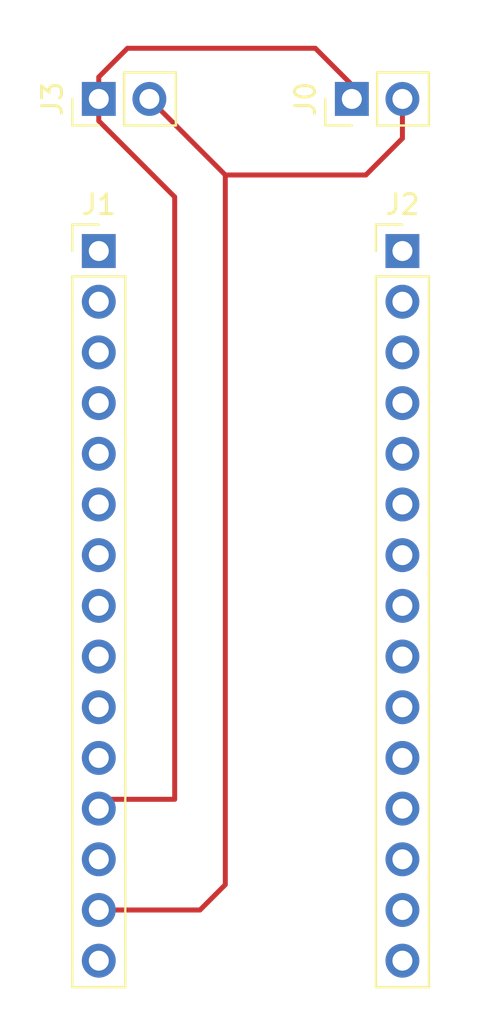
<source format=kicad_pcb>
(kicad_pcb (version 4) (host pcbnew 4.0.7)

  (general
    (links 4)
    (no_connects 4)
    (area 132.126667 92.756666 157.433334 144.375)
    (thickness 1.6)
    (drawings 0)
    (tracks 17)
    (zones 0)
    (modules 4)
    (nets 31)
  )

  (page A4)
  (layers
    (0 F.Cu signal)
    (31 B.Cu signal)
    (32 B.Adhes user)
    (33 F.Adhes user)
    (34 B.Paste user)
    (35 F.Paste user)
    (36 B.SilkS user)
    (37 F.SilkS user)
    (38 B.Mask user)
    (39 F.Mask user)
    (40 Dwgs.User user)
    (41 Cmts.User user)
    (42 Eco1.User user)
    (43 Eco2.User user)
    (44 Edge.Cuts user)
    (45 Margin user)
    (46 B.CrtYd user)
    (47 F.CrtYd user)
    (48 B.Fab user)
    (49 F.Fab user)
  )

  (setup
    (last_trace_width 0.25)
    (trace_clearance 0.2)
    (zone_clearance 0.508)
    (zone_45_only no)
    (trace_min 0.2)
    (segment_width 0.2)
    (edge_width 0.15)
    (via_size 0.6)
    (via_drill 0.4)
    (via_min_size 0.4)
    (via_min_drill 0.3)
    (uvia_size 0.3)
    (uvia_drill 0.1)
    (uvias_allowed no)
    (uvia_min_size 0.2)
    (uvia_min_drill 0.1)
    (pcb_text_width 0.3)
    (pcb_text_size 1.5 1.5)
    (mod_edge_width 0.15)
    (mod_text_size 1 1)
    (mod_text_width 0.15)
    (pad_size 1.524 1.524)
    (pad_drill 0.762)
    (pad_to_mask_clearance 0.2)
    (aux_axis_origin 0 0)
    (visible_elements FFFFEF7F)
    (pcbplotparams
      (layerselection 0x00030_80000001)
      (usegerberextensions false)
      (excludeedgelayer true)
      (linewidth 0.100000)
      (plotframeref false)
      (viasonmask false)
      (mode 1)
      (useauxorigin false)
      (hpglpennumber 1)
      (hpglpenspeed 20)
      (hpglpendiameter 15)
      (hpglpenoverlay 2)
      (psnegative false)
      (psa4output false)
      (plotreference true)
      (plotvalue true)
      (plotinvisibletext false)
      (padsonsilk false)
      (subtractmaskfromsilk false)
      (outputformat 1)
      (mirror false)
      (drillshape 1)
      (scaleselection 1)
      (outputdirectory ""))
  )

  (net 0 "")
  (net 1 +5V)
  (net 2 GND)
  (net 3 "Net-(J1-Pad1)")
  (net 4 "Net-(J1-Pad2)")
  (net 5 "Net-(J1-Pad3)")
  (net 6 "Net-(J1-Pad4)")
  (net 7 "Net-(J1-Pad5)")
  (net 8 "Net-(J1-Pad6)")
  (net 9 "Net-(J1-Pad7)")
  (net 10 "Net-(J1-Pad8)")
  (net 11 "Net-(J1-Pad9)")
  (net 12 "Net-(J1-Pad10)")
  (net 13 "Net-(J1-Pad11)")
  (net 14 "Net-(J1-Pad13)")
  (net 15 "Net-(J1-Pad15)")
  (net 16 "Net-(J2-Pad1)")
  (net 17 "Net-(J2-Pad2)")
  (net 18 "Net-(J2-Pad3)")
  (net 19 "Net-(J2-Pad4)")
  (net 20 "Net-(J2-Pad5)")
  (net 21 "Net-(J2-Pad6)")
  (net 22 "Net-(J2-Pad7)")
  (net 23 "Net-(J2-Pad8)")
  (net 24 "Net-(J2-Pad9)")
  (net 25 "Net-(J2-Pad10)")
  (net 26 "Net-(J2-Pad11)")
  (net 27 "Net-(J2-Pad12)")
  (net 28 "Net-(J2-Pad13)")
  (net 29 "Net-(J2-Pad14)")
  (net 30 "Net-(J2-Pad15)")

  (net_class Default 这是默认网络组.
    (clearance 0.2)
    (trace_width 0.25)
    (via_dia 0.6)
    (via_drill 0.4)
    (uvia_dia 0.3)
    (uvia_drill 0.1)
    (add_net +5V)
    (add_net GND)
    (add_net "Net-(J1-Pad1)")
    (add_net "Net-(J1-Pad10)")
    (add_net "Net-(J1-Pad11)")
    (add_net "Net-(J1-Pad13)")
    (add_net "Net-(J1-Pad15)")
    (add_net "Net-(J1-Pad2)")
    (add_net "Net-(J1-Pad3)")
    (add_net "Net-(J1-Pad4)")
    (add_net "Net-(J1-Pad5)")
    (add_net "Net-(J1-Pad6)")
    (add_net "Net-(J1-Pad7)")
    (add_net "Net-(J1-Pad8)")
    (add_net "Net-(J1-Pad9)")
    (add_net "Net-(J2-Pad1)")
    (add_net "Net-(J2-Pad10)")
    (add_net "Net-(J2-Pad11)")
    (add_net "Net-(J2-Pad12)")
    (add_net "Net-(J2-Pad13)")
    (add_net "Net-(J2-Pad14)")
    (add_net "Net-(J2-Pad15)")
    (add_net "Net-(J2-Pad2)")
    (add_net "Net-(J2-Pad3)")
    (add_net "Net-(J2-Pad4)")
    (add_net "Net-(J2-Pad5)")
    (add_net "Net-(J2-Pad6)")
    (add_net "Net-(J2-Pad7)")
    (add_net "Net-(J2-Pad8)")
    (add_net "Net-(J2-Pad9)")
  )

  (module Socket_Strips:Socket_Strip_Straight_1x02_Pitch2.54mm (layer F.Cu) (tedit 58CD5446) (tstamp 5A057369)
    (at 149.86 97.79 90)
    (descr "Through hole straight socket strip, 1x02, 2.54mm pitch, single row")
    (tags "Through hole socket strip THT 1x02 2.54mm single row")
    (path /5A055A52)
    (fp_text reference J0 (at 0 -2.33 90) (layer F.SilkS)
      (effects (font (size 1 1) (thickness 0.15)))
    )
    (fp_text value CONN_01X02 (at 0 4.87 90) (layer F.Fab)
      (effects (font (size 1 1) (thickness 0.15)))
    )
    (fp_line (start -1.27 -1.27) (end -1.27 3.81) (layer F.Fab) (width 0.1))
    (fp_line (start -1.27 3.81) (end 1.27 3.81) (layer F.Fab) (width 0.1))
    (fp_line (start 1.27 3.81) (end 1.27 -1.27) (layer F.Fab) (width 0.1))
    (fp_line (start 1.27 -1.27) (end -1.27 -1.27) (layer F.Fab) (width 0.1))
    (fp_line (start -1.33 1.27) (end -1.33 3.87) (layer F.SilkS) (width 0.12))
    (fp_line (start -1.33 3.87) (end 1.33 3.87) (layer F.SilkS) (width 0.12))
    (fp_line (start 1.33 3.87) (end 1.33 1.27) (layer F.SilkS) (width 0.12))
    (fp_line (start 1.33 1.27) (end -1.33 1.27) (layer F.SilkS) (width 0.12))
    (fp_line (start -1.33 0) (end -1.33 -1.33) (layer F.SilkS) (width 0.12))
    (fp_line (start -1.33 -1.33) (end 0 -1.33) (layer F.SilkS) (width 0.12))
    (fp_line (start -1.8 -1.8) (end -1.8 4.35) (layer F.CrtYd) (width 0.05))
    (fp_line (start -1.8 4.35) (end 1.8 4.35) (layer F.CrtYd) (width 0.05))
    (fp_line (start 1.8 4.35) (end 1.8 -1.8) (layer F.CrtYd) (width 0.05))
    (fp_line (start 1.8 -1.8) (end -1.8 -1.8) (layer F.CrtYd) (width 0.05))
    (fp_text user %R (at 0 -2.33 90) (layer F.Fab)
      (effects (font (size 1 1) (thickness 0.15)))
    )
    (pad 1 thru_hole rect (at 0 0 90) (size 1.7 1.7) (drill 1) (layers *.Cu *.Mask)
      (net 1 +5V))
    (pad 2 thru_hole oval (at 0 2.54 90) (size 1.7 1.7) (drill 1) (layers *.Cu *.Mask)
      (net 2 GND))
    (model ${KISYS3DMOD}/Socket_Strips.3dshapes/Socket_Strip_Straight_1x02_Pitch2.54mm.wrl
      (at (xyz 0 -0.05 0))
      (scale (xyz 1 1 1))
      (rotate (xyz 0 0 270))
    )
  )

  (module Socket_Strips:Socket_Strip_Straight_1x15_Pitch2.54mm (layer F.Cu) (tedit 58CD5446) (tstamp 5A05738B)
    (at 137.16 105.41)
    (descr "Through hole straight socket strip, 1x15, 2.54mm pitch, single row")
    (tags "Through hole socket strip THT 1x15 2.54mm single row")
    (path /5A055849)
    (fp_text reference J1 (at 0 -2.33) (layer F.SilkS)
      (effects (font (size 1 1) (thickness 0.15)))
    )
    (fp_text value CONN_01X15 (at 0 37.89) (layer F.Fab)
      (effects (font (size 1 1) (thickness 0.15)))
    )
    (fp_line (start -1.27 -1.27) (end -1.27 36.83) (layer F.Fab) (width 0.1))
    (fp_line (start -1.27 36.83) (end 1.27 36.83) (layer F.Fab) (width 0.1))
    (fp_line (start 1.27 36.83) (end 1.27 -1.27) (layer F.Fab) (width 0.1))
    (fp_line (start 1.27 -1.27) (end -1.27 -1.27) (layer F.Fab) (width 0.1))
    (fp_line (start -1.33 1.27) (end -1.33 36.89) (layer F.SilkS) (width 0.12))
    (fp_line (start -1.33 36.89) (end 1.33 36.89) (layer F.SilkS) (width 0.12))
    (fp_line (start 1.33 36.89) (end 1.33 1.27) (layer F.SilkS) (width 0.12))
    (fp_line (start 1.33 1.27) (end -1.33 1.27) (layer F.SilkS) (width 0.12))
    (fp_line (start -1.33 0) (end -1.33 -1.33) (layer F.SilkS) (width 0.12))
    (fp_line (start -1.33 -1.33) (end 0 -1.33) (layer F.SilkS) (width 0.12))
    (fp_line (start -1.8 -1.8) (end -1.8 37.35) (layer F.CrtYd) (width 0.05))
    (fp_line (start -1.8 37.35) (end 1.8 37.35) (layer F.CrtYd) (width 0.05))
    (fp_line (start 1.8 37.35) (end 1.8 -1.8) (layer F.CrtYd) (width 0.05))
    (fp_line (start 1.8 -1.8) (end -1.8 -1.8) (layer F.CrtYd) (width 0.05))
    (fp_text user %R (at 0 -2.33) (layer F.Fab)
      (effects (font (size 1 1) (thickness 0.15)))
    )
    (pad 1 thru_hole rect (at 0 0) (size 1.7 1.7) (drill 1) (layers *.Cu *.Mask)
      (net 3 "Net-(J1-Pad1)"))
    (pad 2 thru_hole oval (at 0 2.54) (size 1.7 1.7) (drill 1) (layers *.Cu *.Mask)
      (net 4 "Net-(J1-Pad2)"))
    (pad 3 thru_hole oval (at 0 5.08) (size 1.7 1.7) (drill 1) (layers *.Cu *.Mask)
      (net 5 "Net-(J1-Pad3)"))
    (pad 4 thru_hole oval (at 0 7.62) (size 1.7 1.7) (drill 1) (layers *.Cu *.Mask)
      (net 6 "Net-(J1-Pad4)"))
    (pad 5 thru_hole oval (at 0 10.16) (size 1.7 1.7) (drill 1) (layers *.Cu *.Mask)
      (net 7 "Net-(J1-Pad5)"))
    (pad 6 thru_hole oval (at 0 12.7) (size 1.7 1.7) (drill 1) (layers *.Cu *.Mask)
      (net 8 "Net-(J1-Pad6)"))
    (pad 7 thru_hole oval (at 0 15.24) (size 1.7 1.7) (drill 1) (layers *.Cu *.Mask)
      (net 9 "Net-(J1-Pad7)"))
    (pad 8 thru_hole oval (at 0 17.78) (size 1.7 1.7) (drill 1) (layers *.Cu *.Mask)
      (net 10 "Net-(J1-Pad8)"))
    (pad 9 thru_hole oval (at 0 20.32) (size 1.7 1.7) (drill 1) (layers *.Cu *.Mask)
      (net 11 "Net-(J1-Pad9)"))
    (pad 10 thru_hole oval (at 0 22.86) (size 1.7 1.7) (drill 1) (layers *.Cu *.Mask)
      (net 12 "Net-(J1-Pad10)"))
    (pad 11 thru_hole oval (at 0 25.4) (size 1.7 1.7) (drill 1) (layers *.Cu *.Mask)
      (net 13 "Net-(J1-Pad11)"))
    (pad 12 thru_hole oval (at 0 27.94) (size 1.7 1.7) (drill 1) (layers *.Cu *.Mask)
      (net 1 +5V))
    (pad 13 thru_hole oval (at 0 30.48) (size 1.7 1.7) (drill 1) (layers *.Cu *.Mask)
      (net 14 "Net-(J1-Pad13)"))
    (pad 14 thru_hole oval (at 0 33.02) (size 1.7 1.7) (drill 1) (layers *.Cu *.Mask)
      (net 2 GND))
    (pad 15 thru_hole oval (at 0 35.56) (size 1.7 1.7) (drill 1) (layers *.Cu *.Mask)
      (net 15 "Net-(J1-Pad15)"))
    (model ${KISYS3DMOD}/Socket_Strips.3dshapes/Socket_Strip_Straight_1x15_Pitch2.54mm.wrl
      (at (xyz 0 -0.7 0))
      (scale (xyz 1 1 1))
      (rotate (xyz 0 0 270))
    )
  )

  (module Socket_Strips:Socket_Strip_Straight_1x15_Pitch2.54mm (layer F.Cu) (tedit 58CD5446) (tstamp 5A0573AD)
    (at 152.4 105.41)
    (descr "Through hole straight socket strip, 1x15, 2.54mm pitch, single row")
    (tags "Through hole socket strip THT 1x15 2.54mm single row")
    (path /5A0558A1)
    (fp_text reference J2 (at 0 -2.33) (layer F.SilkS)
      (effects (font (size 1 1) (thickness 0.15)))
    )
    (fp_text value CONN_01X15 (at 0 37.89) (layer F.Fab)
      (effects (font (size 1 1) (thickness 0.15)))
    )
    (fp_line (start -1.27 -1.27) (end -1.27 36.83) (layer F.Fab) (width 0.1))
    (fp_line (start -1.27 36.83) (end 1.27 36.83) (layer F.Fab) (width 0.1))
    (fp_line (start 1.27 36.83) (end 1.27 -1.27) (layer F.Fab) (width 0.1))
    (fp_line (start 1.27 -1.27) (end -1.27 -1.27) (layer F.Fab) (width 0.1))
    (fp_line (start -1.33 1.27) (end -1.33 36.89) (layer F.SilkS) (width 0.12))
    (fp_line (start -1.33 36.89) (end 1.33 36.89) (layer F.SilkS) (width 0.12))
    (fp_line (start 1.33 36.89) (end 1.33 1.27) (layer F.SilkS) (width 0.12))
    (fp_line (start 1.33 1.27) (end -1.33 1.27) (layer F.SilkS) (width 0.12))
    (fp_line (start -1.33 0) (end -1.33 -1.33) (layer F.SilkS) (width 0.12))
    (fp_line (start -1.33 -1.33) (end 0 -1.33) (layer F.SilkS) (width 0.12))
    (fp_line (start -1.8 -1.8) (end -1.8 37.35) (layer F.CrtYd) (width 0.05))
    (fp_line (start -1.8 37.35) (end 1.8 37.35) (layer F.CrtYd) (width 0.05))
    (fp_line (start 1.8 37.35) (end 1.8 -1.8) (layer F.CrtYd) (width 0.05))
    (fp_line (start 1.8 -1.8) (end -1.8 -1.8) (layer F.CrtYd) (width 0.05))
    (fp_text user %R (at 0 -2.33) (layer F.Fab)
      (effects (font (size 1 1) (thickness 0.15)))
    )
    (pad 1 thru_hole rect (at 0 0) (size 1.7 1.7) (drill 1) (layers *.Cu *.Mask)
      (net 16 "Net-(J2-Pad1)"))
    (pad 2 thru_hole oval (at 0 2.54) (size 1.7 1.7) (drill 1) (layers *.Cu *.Mask)
      (net 17 "Net-(J2-Pad2)"))
    (pad 3 thru_hole oval (at 0 5.08) (size 1.7 1.7) (drill 1) (layers *.Cu *.Mask)
      (net 18 "Net-(J2-Pad3)"))
    (pad 4 thru_hole oval (at 0 7.62) (size 1.7 1.7) (drill 1) (layers *.Cu *.Mask)
      (net 19 "Net-(J2-Pad4)"))
    (pad 5 thru_hole oval (at 0 10.16) (size 1.7 1.7) (drill 1) (layers *.Cu *.Mask)
      (net 20 "Net-(J2-Pad5)"))
    (pad 6 thru_hole oval (at 0 12.7) (size 1.7 1.7) (drill 1) (layers *.Cu *.Mask)
      (net 21 "Net-(J2-Pad6)"))
    (pad 7 thru_hole oval (at 0 15.24) (size 1.7 1.7) (drill 1) (layers *.Cu *.Mask)
      (net 22 "Net-(J2-Pad7)"))
    (pad 8 thru_hole oval (at 0 17.78) (size 1.7 1.7) (drill 1) (layers *.Cu *.Mask)
      (net 23 "Net-(J2-Pad8)"))
    (pad 9 thru_hole oval (at 0 20.32) (size 1.7 1.7) (drill 1) (layers *.Cu *.Mask)
      (net 24 "Net-(J2-Pad9)"))
    (pad 10 thru_hole oval (at 0 22.86) (size 1.7 1.7) (drill 1) (layers *.Cu *.Mask)
      (net 25 "Net-(J2-Pad10)"))
    (pad 11 thru_hole oval (at 0 25.4) (size 1.7 1.7) (drill 1) (layers *.Cu *.Mask)
      (net 26 "Net-(J2-Pad11)"))
    (pad 12 thru_hole oval (at 0 27.94) (size 1.7 1.7) (drill 1) (layers *.Cu *.Mask)
      (net 27 "Net-(J2-Pad12)"))
    (pad 13 thru_hole oval (at 0 30.48) (size 1.7 1.7) (drill 1) (layers *.Cu *.Mask)
      (net 28 "Net-(J2-Pad13)"))
    (pad 14 thru_hole oval (at 0 33.02) (size 1.7 1.7) (drill 1) (layers *.Cu *.Mask)
      (net 29 "Net-(J2-Pad14)"))
    (pad 15 thru_hole oval (at 0 35.56) (size 1.7 1.7) (drill 1) (layers *.Cu *.Mask)
      (net 30 "Net-(J2-Pad15)"))
    (model ${KISYS3DMOD}/Socket_Strips.3dshapes/Socket_Strip_Straight_1x15_Pitch2.54mm.wrl
      (at (xyz 0 -0.7 0))
      (scale (xyz 1 1 1))
      (rotate (xyz 0 0 270))
    )
  )

  (module Pin_Headers:Pin_Header_Straight_1x02_Pitch2.54mm (layer F.Cu) (tedit 59650532) (tstamp 5A057471)
    (at 137.16 97.79 90)
    (descr "Through hole straight pin header, 1x02, 2.54mm pitch, single row")
    (tags "Through hole pin header THT 1x02 2.54mm single row")
    (path /5A0573CF)
    (fp_text reference J3 (at 0 -2.33 90) (layer F.SilkS)
      (effects (font (size 1 1) (thickness 0.15)))
    )
    (fp_text value Conn_01x02 (at 0 4.87 90) (layer F.Fab)
      (effects (font (size 1 1) (thickness 0.15)))
    )
    (fp_line (start -0.635 -1.27) (end 1.27 -1.27) (layer F.Fab) (width 0.1))
    (fp_line (start 1.27 -1.27) (end 1.27 3.81) (layer F.Fab) (width 0.1))
    (fp_line (start 1.27 3.81) (end -1.27 3.81) (layer F.Fab) (width 0.1))
    (fp_line (start -1.27 3.81) (end -1.27 -0.635) (layer F.Fab) (width 0.1))
    (fp_line (start -1.27 -0.635) (end -0.635 -1.27) (layer F.Fab) (width 0.1))
    (fp_line (start -1.33 3.87) (end 1.33 3.87) (layer F.SilkS) (width 0.12))
    (fp_line (start -1.33 1.27) (end -1.33 3.87) (layer F.SilkS) (width 0.12))
    (fp_line (start 1.33 1.27) (end 1.33 3.87) (layer F.SilkS) (width 0.12))
    (fp_line (start -1.33 1.27) (end 1.33 1.27) (layer F.SilkS) (width 0.12))
    (fp_line (start -1.33 0) (end -1.33 -1.33) (layer F.SilkS) (width 0.12))
    (fp_line (start -1.33 -1.33) (end 0 -1.33) (layer F.SilkS) (width 0.12))
    (fp_line (start -1.8 -1.8) (end -1.8 4.35) (layer F.CrtYd) (width 0.05))
    (fp_line (start -1.8 4.35) (end 1.8 4.35) (layer F.CrtYd) (width 0.05))
    (fp_line (start 1.8 4.35) (end 1.8 -1.8) (layer F.CrtYd) (width 0.05))
    (fp_line (start 1.8 -1.8) (end -1.8 -1.8) (layer F.CrtYd) (width 0.05))
    (fp_text user %R (at 0 1.27 180) (layer F.Fab)
      (effects (font (size 1 1) (thickness 0.15)))
    )
    (pad 1 thru_hole rect (at 0 0 90) (size 1.7 1.7) (drill 1) (layers *.Cu *.Mask)
      (net 1 +5V))
    (pad 2 thru_hole oval (at 0 2.54 90) (size 1.7 1.7) (drill 1) (layers *.Cu *.Mask)
      (net 2 GND))
    (model ${KISYS3DMOD}/Pin_Headers.3dshapes/Pin_Header_Straight_1x02_Pitch2.54mm.wrl
      (at (xyz 0 0 0))
      (scale (xyz 1 1 1))
      (rotate (xyz 0 0 0))
    )
  )

  (segment (start 137.16 97.79) (end 137.16 96.69) (width 0.25) (layer F.Cu) (net 1))
  (segment (start 137.16 96.69) (end 138.6 95.25) (width 0.25) (layer F.Cu) (net 1))
  (segment (start 138.6 95.25) (end 148.028324 95.25) (width 0.25) (layer F.Cu) (net 1))
  (segment (start 148.028324 95.25) (end 149.86 97.081676) (width 0.25) (layer F.Cu) (net 1))
  (segment (start 149.86 97.081676) (end 149.86 97.79) (width 0.25) (layer F.Cu) (net 1))
  (segment (start 137.16 97.79) (end 137.16 98.89) (width 0.25) (layer F.Cu) (net 1))
  (segment (start 137.16 98.89) (end 140.97 102.7) (width 0.25) (layer F.Cu) (net 1))
  (segment (start 140.97 132.882761) (end 137.627239 132.882761) (width 0.25) (layer F.Cu) (net 1))
  (segment (start 140.97 102.7) (end 140.97 132.882761) (width 0.25) (layer F.Cu) (net 1))
  (segment (start 137.627239 132.882761) (end 137.16 133.35) (width 0.25) (layer F.Cu) (net 1))
  (segment (start 152.4 97.79) (end 152.4 99.765315) (width 0.25) (layer F.Cu) (net 2))
  (segment (start 152.4 99.765315) (end 150.565315 101.6) (width 0.25) (layer F.Cu) (net 2))
  (segment (start 150.565315 101.6) (end 143.51 101.6) (width 0.25) (layer F.Cu) (net 2))
  (segment (start 143.51 137.16) (end 143.51 101.6) (width 0.25) (layer F.Cu) (net 2))
  (segment (start 143.51 101.6) (end 139.7 97.79) (width 0.25) (layer F.Cu) (net 2))
  (segment (start 142.24 138.43) (end 143.51 137.16) (width 0.25) (layer F.Cu) (net 2))
  (segment (start 137.16 138.43) (end 142.24 138.43) (width 0.25) (layer F.Cu) (net 2))

)

</source>
